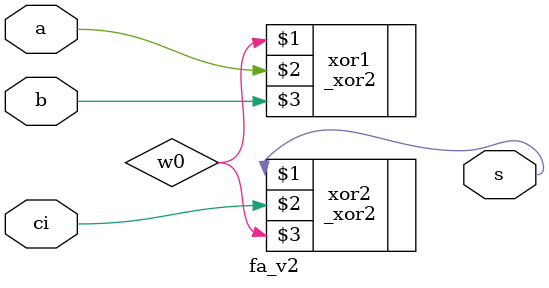
<source format=v>
module fa_v2(s, a, b, ci);
	input a, b, ci;
	output s;
	
	_xor2 xor1(w0, a, b);
	_xor2 xor2(s, ci, w0);
	
endmodule

</source>
